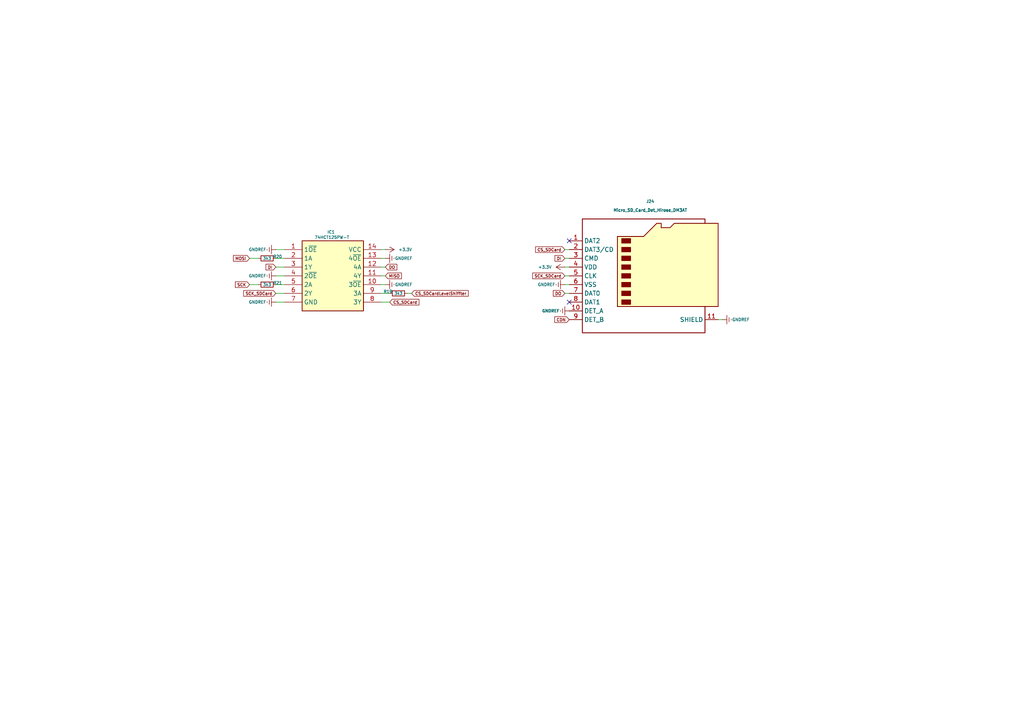
<source format=kicad_sch>
(kicad_sch
	(version 20250114)
	(generator "eeschema")
	(generator_version "9.0")
	(uuid "5f9cfd49-e3bd-4a8d-b4fa-900fd86372fa")
	(paper "A4")
	(lib_symbols
		(symbol "Library:+3.3V"
			(power)
			(pin_numbers
				(hide yes)
			)
			(pin_names
				(offset 0)
				(hide yes)
			)
			(exclude_from_sim no)
			(in_bom yes)
			(on_board yes)
			(property "Reference" "#PWR"
				(at 0 -3.81 0)
				(effects
					(font
						(size 1.27 1.27)
					)
					(hide yes)
				)
			)
			(property "Value" "+3.3V"
				(at 0 3.556 0)
				(effects
					(font
						(size 1.27 1.27)
					)
				)
			)
			(property "Footprint" ""
				(at 0 0 0)
				(effects
					(font
						(size 1.27 1.27)
					)
					(hide yes)
				)
			)
			(property "Datasheet" ""
				(at 0 0 0)
				(effects
					(font
						(size 1.27 1.27)
					)
					(hide yes)
				)
			)
			(property "Description" "Power symbol creates a global label with name \"+3.3V\""
				(at 0 0 0)
				(effects
					(font
						(size 1.27 1.27)
					)
					(hide yes)
				)
			)
			(property "ki_keywords" "global power"
				(at 0 0 0)
				(effects
					(font
						(size 1.27 1.27)
					)
					(hide yes)
				)
			)
			(symbol "+3.3V_0_1"
				(polyline
					(pts
						(xy -0.762 1.27) (xy 0 2.54)
					)
					(stroke
						(width 0)
						(type default)
					)
					(fill
						(type none)
					)
				)
				(polyline
					(pts
						(xy 0 2.54) (xy 0.762 1.27)
					)
					(stroke
						(width 0)
						(type default)
					)
					(fill
						(type none)
					)
				)
				(polyline
					(pts
						(xy 0 0) (xy 0 2.54)
					)
					(stroke
						(width 0)
						(type default)
					)
					(fill
						(type none)
					)
				)
			)
			(symbol "+3.3V_1_1"
				(pin power_in line
					(at 0 0 90)
					(length 0)
					(name "~"
						(effects
							(font
								(size 1.27 1.27)
							)
						)
					)
					(number "1"
						(effects
							(font
								(size 1.27 1.27)
							)
						)
					)
				)
			)
			(embedded_fonts no)
		)
		(symbol "Library:74HCT125PW-T"
			(exclude_from_sim no)
			(in_bom yes)
			(on_board yes)
			(property "Reference" "IC"
				(at 24.13 7.62 0)
				(effects
					(font
						(size 1.27 1.27)
					)
					(justify left top)
				)
			)
			(property "Value" "74HCT125PW-T"
				(at 24.13 5.08 0)
				(effects
					(font
						(size 1.27 1.27)
					)
					(justify left top)
				)
			)
			(property "Footprint" "SOP65P640X110-14N"
				(at 24.13 -94.92 0)
				(effects
					(font
						(size 1.27 1.27)
					)
					(justify left top)
					(hide yes)
				)
			)
			(property "Datasheet" "https://www.datasheet5.com/search?term=74HCT125"
				(at 24.13 -194.92 0)
				(effects
					(font
						(size 1.27 1.27)
					)
					(justify left top)
					(hide yes)
				)
			)
			(property "Description" "Buffers & Line Drivers QUAD 3-STATE BUS BUF"
				(at 0 0 0)
				(effects
					(font
						(size 1.27 1.27)
					)
					(hide yes)
				)
			)
			(property "Height" "1.1"
				(at 24.13 -394.92 0)
				(effects
					(font
						(size 1.27 1.27)
					)
					(justify left top)
					(hide yes)
				)
			)
			(property "Manufacturer_Name" "NXP"
				(at 24.13 -494.92 0)
				(effects
					(font
						(size 1.27 1.27)
					)
					(justify left top)
					(hide yes)
				)
			)
			(property "Manufacturer_Part_Number" "74HCT125PW-T"
				(at 24.13 -594.92 0)
				(effects
					(font
						(size 1.27 1.27)
					)
					(justify left top)
					(hide yes)
				)
			)
			(property "Mouser Part Number" ""
				(at 24.13 -694.92 0)
				(effects
					(font
						(size 1.27 1.27)
					)
					(justify left top)
					(hide yes)
				)
			)
			(property "Mouser Price/Stock" ""
				(at 24.13 -794.92 0)
				(effects
					(font
						(size 1.27 1.27)
					)
					(justify left top)
					(hide yes)
				)
			)
			(property "Arrow Part Number" ""
				(at 24.13 -894.92 0)
				(effects
					(font
						(size 1.27 1.27)
					)
					(justify left top)
					(hide yes)
				)
			)
			(property "Arrow Price/Stock" ""
				(at 24.13 -994.92 0)
				(effects
					(font
						(size 1.27 1.27)
					)
					(justify left top)
					(hide yes)
				)
			)
			(symbol "74HCT125PW-T_1_1"
				(rectangle
					(start 5.08 2.54)
					(end 22.86 -17.78)
					(stroke
						(width 0.254)
						(type default)
					)
					(fill
						(type background)
					)
				)
				(pin passive line
					(at 0 0 0)
					(length 5.08)
					(name "1~{OE}"
						(effects
							(font
								(size 1.27 1.27)
							)
						)
					)
					(number "1"
						(effects
							(font
								(size 1.27 1.27)
							)
						)
					)
				)
				(pin passive line
					(at 0 -2.54 0)
					(length 5.08)
					(name "1A"
						(effects
							(font
								(size 1.27 1.27)
							)
						)
					)
					(number "2"
						(effects
							(font
								(size 1.27 1.27)
							)
						)
					)
				)
				(pin passive line
					(at 0 -5.08 0)
					(length 5.08)
					(name "1Y"
						(effects
							(font
								(size 1.27 1.27)
							)
						)
					)
					(number "3"
						(effects
							(font
								(size 1.27 1.27)
							)
						)
					)
				)
				(pin passive line
					(at 0 -7.62 0)
					(length 5.08)
					(name "2~{OE}"
						(effects
							(font
								(size 1.27 1.27)
							)
						)
					)
					(number "4"
						(effects
							(font
								(size 1.27 1.27)
							)
						)
					)
				)
				(pin passive line
					(at 0 -10.16 0)
					(length 5.08)
					(name "2A"
						(effects
							(font
								(size 1.27 1.27)
							)
						)
					)
					(number "5"
						(effects
							(font
								(size 1.27 1.27)
							)
						)
					)
				)
				(pin passive line
					(at 0 -12.7 0)
					(length 5.08)
					(name "2Y"
						(effects
							(font
								(size 1.27 1.27)
							)
						)
					)
					(number "6"
						(effects
							(font
								(size 1.27 1.27)
							)
						)
					)
				)
				(pin passive line
					(at 0 -15.24 0)
					(length 5.08)
					(name "GND"
						(effects
							(font
								(size 1.27 1.27)
							)
						)
					)
					(number "7"
						(effects
							(font
								(size 1.27 1.27)
							)
						)
					)
				)
				(pin passive line
					(at 27.94 0 180)
					(length 5.08)
					(name "VCC"
						(effects
							(font
								(size 1.27 1.27)
							)
						)
					)
					(number "14"
						(effects
							(font
								(size 1.27 1.27)
							)
						)
					)
				)
				(pin passive line
					(at 27.94 -2.54 180)
					(length 5.08)
					(name "4~{OE}"
						(effects
							(font
								(size 1.27 1.27)
							)
						)
					)
					(number "13"
						(effects
							(font
								(size 1.27 1.27)
							)
						)
					)
				)
				(pin passive line
					(at 27.94 -5.08 180)
					(length 5.08)
					(name "4A"
						(effects
							(font
								(size 1.27 1.27)
							)
						)
					)
					(number "12"
						(effects
							(font
								(size 1.27 1.27)
							)
						)
					)
				)
				(pin passive line
					(at 27.94 -7.62 180)
					(length 5.08)
					(name "4Y"
						(effects
							(font
								(size 1.27 1.27)
							)
						)
					)
					(number "11"
						(effects
							(font
								(size 1.27 1.27)
							)
						)
					)
				)
				(pin passive line
					(at 27.94 -10.16 180)
					(length 5.08)
					(name "3~{OE}"
						(effects
							(font
								(size 1.27 1.27)
							)
						)
					)
					(number "10"
						(effects
							(font
								(size 1.27 1.27)
							)
						)
					)
				)
				(pin passive line
					(at 27.94 -12.7 180)
					(length 5.08)
					(name "3A"
						(effects
							(font
								(size 1.27 1.27)
							)
						)
					)
					(number "9"
						(effects
							(font
								(size 1.27 1.27)
							)
						)
					)
				)
				(pin passive line
					(at 27.94 -15.24 180)
					(length 5.08)
					(name "3Y"
						(effects
							(font
								(size 1.27 1.27)
							)
						)
					)
					(number "8"
						(effects
							(font
								(size 1.27 1.27)
							)
						)
					)
				)
			)
			(embedded_fonts no)
		)
		(symbol "Library:GNDREF"
			(power)
			(pin_numbers
				(hide yes)
			)
			(pin_names
				(offset 0)
				(hide yes)
			)
			(exclude_from_sim no)
			(in_bom yes)
			(on_board yes)
			(property "Reference" "#PWR"
				(at 0 -6.35 0)
				(effects
					(font
						(size 1.27 1.27)
					)
					(hide yes)
				)
			)
			(property "Value" "GNDREF"
				(at 0 -3.81 0)
				(effects
					(font
						(size 1.27 1.27)
					)
				)
			)
			(property "Footprint" ""
				(at 0 0 0)
				(effects
					(font
						(size 1.27 1.27)
					)
					(hide yes)
				)
			)
			(property "Datasheet" ""
				(at 0 0 0)
				(effects
					(font
						(size 1.27 1.27)
					)
					(hide yes)
				)
			)
			(property "Description" "Power symbol creates a global label with name \"GNDREF\" , reference supply ground"
				(at 0 0 0)
				(effects
					(font
						(size 1.27 1.27)
					)
					(hide yes)
				)
			)
			(property "ki_keywords" "global power"
				(at 0 0 0)
				(effects
					(font
						(size 1.27 1.27)
					)
					(hide yes)
				)
			)
			(symbol "GNDREF_0_1"
				(polyline
					(pts
						(xy -0.635 -1.905) (xy 0.635 -1.905)
					)
					(stroke
						(width 0)
						(type default)
					)
					(fill
						(type none)
					)
				)
				(polyline
					(pts
						(xy -0.127 -2.54) (xy 0.127 -2.54)
					)
					(stroke
						(width 0)
						(type default)
					)
					(fill
						(type none)
					)
				)
				(polyline
					(pts
						(xy 0 -1.27) (xy 0 0)
					)
					(stroke
						(width 0)
						(type default)
					)
					(fill
						(type none)
					)
				)
				(polyline
					(pts
						(xy 1.27 -1.27) (xy -1.27 -1.27)
					)
					(stroke
						(width 0)
						(type default)
					)
					(fill
						(type none)
					)
				)
			)
			(symbol "GNDREF_1_1"
				(pin power_in line
					(at 0 0 270)
					(length 0)
					(name "~"
						(effects
							(font
								(size 1.27 1.27)
							)
						)
					)
					(number "1"
						(effects
							(font
								(size 1.27 1.27)
							)
						)
					)
				)
			)
			(embedded_fonts no)
		)
		(symbol "Library:Micro_SD_Card_Det_Hirose_DM3AT"
			(exclude_from_sim no)
			(in_bom yes)
			(on_board yes)
			(property "Reference" "J"
				(at -16.51 17.78 0)
				(effects
					(font
						(size 1.27 1.27)
					)
				)
			)
			(property "Value" "Micro_SD_Card_Det_Hirose_DM3AT"
				(at 16.51 17.78 0)
				(effects
					(font
						(size 1.27 1.27)
					)
					(justify right)
				)
			)
			(property "Footprint" ""
				(at 52.07 17.78 0)
				(effects
					(font
						(size 1.27 1.27)
					)
					(hide yes)
				)
			)
			(property "Datasheet" "https://www.hirose.com/product/en/download_file/key_name/DM3/category/Catalog/doc_file_id/49662/?file_category_id=4&item_id=195&is_series=1"
				(at 0 2.54 0)
				(effects
					(font
						(size 1.27 1.27)
					)
					(hide yes)
				)
			)
			(property "Description" "Micro SD Card Socket with card detection pins"
				(at 0 0 0)
				(effects
					(font
						(size 1.27 1.27)
					)
					(hide yes)
				)
			)
			(property "ki_keywords" "connector SD microsd"
				(at 0 0 0)
				(effects
					(font
						(size 1.27 1.27)
					)
					(hide yes)
				)
			)
			(property "ki_fp_filters" "microSD*"
				(at 0 0 0)
				(effects
					(font
						(size 1.27 1.27)
					)
					(hide yes)
				)
			)
			(symbol "Micro_SD_Card_Det_Hirose_DM3AT_0_1"
				(polyline
					(pts
						(xy -8.89 -8.89) (xy -8.89 11.43) (xy -1.27 11.43) (xy 2.54 15.24) (xy 3.81 15.24) (xy 3.81 13.97)
						(xy 6.35 13.97) (xy 7.62 15.24) (xy 20.32 15.24) (xy 20.32 -8.89) (xy -8.89 -8.89)
					)
					(stroke
						(width 0.254)
						(type default)
					)
					(fill
						(type background)
					)
				)
				(rectangle
					(start -7.62 10.795)
					(end -5.08 9.525)
					(stroke
						(width 0.254)
						(type default)
					)
					(fill
						(type outline)
					)
				)
				(rectangle
					(start -7.62 8.255)
					(end -5.08 6.985)
					(stroke
						(width 0.254)
						(type default)
					)
					(fill
						(type outline)
					)
				)
				(rectangle
					(start -7.62 5.715)
					(end -5.08 4.445)
					(stroke
						(width 0.254)
						(type default)
					)
					(fill
						(type outline)
					)
				)
				(rectangle
					(start -7.62 3.175)
					(end -5.08 1.905)
					(stroke
						(width 0.254)
						(type default)
					)
					(fill
						(type outline)
					)
				)
				(rectangle
					(start -7.62 0.635)
					(end -5.08 -0.635)
					(stroke
						(width 0.254)
						(type default)
					)
					(fill
						(type outline)
					)
				)
				(rectangle
					(start -7.62 -1.905)
					(end -5.08 -3.175)
					(stroke
						(width 0.254)
						(type default)
					)
					(fill
						(type outline)
					)
				)
				(rectangle
					(start -7.62 -4.445)
					(end -5.08 -5.715)
					(stroke
						(width 0.254)
						(type default)
					)
					(fill
						(type outline)
					)
				)
				(rectangle
					(start -7.62 -6.985)
					(end -5.08 -8.255)
					(stroke
						(width 0.254)
						(type default)
					)
					(fill
						(type outline)
					)
				)
				(polyline
					(pts
						(xy 16.51 15.24) (xy 16.51 16.51) (xy -19.05 16.51) (xy -19.05 -16.51) (xy 16.51 -16.51) (xy 16.51 -8.89)
					)
					(stroke
						(width 0.254)
						(type default)
					)
					(fill
						(type none)
					)
				)
			)
			(symbol "Micro_SD_Card_Det_Hirose_DM3AT_1_1"
				(pin bidirectional line
					(at -22.86 10.16 0)
					(length 3.81)
					(name "DAT2"
						(effects
							(font
								(size 1.27 1.27)
							)
						)
					)
					(number "1"
						(effects
							(font
								(size 1.27 1.27)
							)
						)
					)
				)
				(pin bidirectional line
					(at -22.86 7.62 0)
					(length 3.81)
					(name "DAT3/CD"
						(effects
							(font
								(size 1.27 1.27)
							)
						)
					)
					(number "2"
						(effects
							(font
								(size 1.27 1.27)
							)
						)
					)
				)
				(pin input line
					(at -22.86 5.08 0)
					(length 3.81)
					(name "CMD"
						(effects
							(font
								(size 1.27 1.27)
							)
						)
					)
					(number "3"
						(effects
							(font
								(size 1.27 1.27)
							)
						)
					)
				)
				(pin power_in line
					(at -22.86 2.54 0)
					(length 3.81)
					(name "VDD"
						(effects
							(font
								(size 1.27 1.27)
							)
						)
					)
					(number "4"
						(effects
							(font
								(size 1.27 1.27)
							)
						)
					)
				)
				(pin input line
					(at -22.86 0 0)
					(length 3.81)
					(name "CLK"
						(effects
							(font
								(size 1.27 1.27)
							)
						)
					)
					(number "5"
						(effects
							(font
								(size 1.27 1.27)
							)
						)
					)
				)
				(pin power_in line
					(at -22.86 -2.54 0)
					(length 3.81)
					(name "VSS"
						(effects
							(font
								(size 1.27 1.27)
							)
						)
					)
					(number "6"
						(effects
							(font
								(size 1.27 1.27)
							)
						)
					)
				)
				(pin bidirectional line
					(at -22.86 -5.08 0)
					(length 3.81)
					(name "DAT0"
						(effects
							(font
								(size 1.27 1.27)
							)
						)
					)
					(number "7"
						(effects
							(font
								(size 1.27 1.27)
							)
						)
					)
				)
				(pin bidirectional line
					(at -22.86 -7.62 0)
					(length 3.81)
					(name "DAT1"
						(effects
							(font
								(size 1.27 1.27)
							)
						)
					)
					(number "8"
						(effects
							(font
								(size 1.27 1.27)
							)
						)
					)
				)
				(pin passive line
					(at -22.86 -10.16 0)
					(length 3.81)
					(name "DET_A"
						(effects
							(font
								(size 1.27 1.27)
							)
						)
					)
					(number "10"
						(effects
							(font
								(size 1.27 1.27)
							)
						)
					)
				)
				(pin passive line
					(at -22.86 -12.7 0)
					(length 3.81)
					(name "DET_B"
						(effects
							(font
								(size 1.27 1.27)
							)
						)
					)
					(number "9"
						(effects
							(font
								(size 1.27 1.27)
							)
						)
					)
				)
				(pin passive line
					(at 20.32 -12.7 180)
					(length 3.81)
					(name "SHIELD"
						(effects
							(font
								(size 1.27 1.27)
							)
						)
					)
					(number "11"
						(effects
							(font
								(size 1.27 1.27)
							)
						)
					)
				)
			)
			(embedded_fonts no)
		)
		(symbol "Library:R_Small"
			(pin_numbers
				(hide yes)
			)
			(pin_names
				(offset 0.254)
				(hide yes)
			)
			(exclude_from_sim no)
			(in_bom yes)
			(on_board yes)
			(property "Reference" "R"
				(at 0 0 90)
				(effects
					(font
						(size 1.016 1.016)
					)
				)
			)
			(property "Value" "R_Small"
				(at 1.778 0 90)
				(effects
					(font
						(size 1.27 1.27)
					)
				)
			)
			(property "Footprint" ""
				(at 0 0 0)
				(effects
					(font
						(size 1.27 1.27)
					)
					(hide yes)
				)
			)
			(property "Datasheet" "~"
				(at 0 0 0)
				(effects
					(font
						(size 1.27 1.27)
					)
					(hide yes)
				)
			)
			(property "Description" "Resistor, small symbol"
				(at 0 0 0)
				(effects
					(font
						(size 1.27 1.27)
					)
					(hide yes)
				)
			)
			(property "ki_keywords" "R resistor"
				(at 0 0 0)
				(effects
					(font
						(size 1.27 1.27)
					)
					(hide yes)
				)
			)
			(property "ki_fp_filters" "R_*"
				(at 0 0 0)
				(effects
					(font
						(size 1.27 1.27)
					)
					(hide yes)
				)
			)
			(symbol "R_Small_0_1"
				(rectangle
					(start -0.762 1.778)
					(end 0.762 -1.778)
					(stroke
						(width 0.2032)
						(type default)
					)
					(fill
						(type none)
					)
				)
			)
			(symbol "R_Small_1_1"
				(pin passive line
					(at 0 2.54 270)
					(length 0.762)
					(name "~"
						(effects
							(font
								(size 1.27 1.27)
							)
						)
					)
					(number "1"
						(effects
							(font
								(size 1.27 1.27)
							)
						)
					)
				)
				(pin passive line
					(at 0 -2.54 90)
					(length 0.762)
					(name "~"
						(effects
							(font
								(size 1.27 1.27)
							)
						)
					)
					(number "2"
						(effects
							(font
								(size 1.27 1.27)
							)
						)
					)
				)
			)
			(embedded_fonts no)
		)
	)
	(no_connect
		(at 165.1 87.63)
		(uuid "d6377cbe-42f0-47b6-937a-b5e42fea5584")
	)
	(no_connect
		(at 165.1 69.85)
		(uuid "d7ee1b97-1ea0-4e6b-8a12-4cfee54d106a")
	)
	(wire
		(pts
			(xy 110.49 87.63) (xy 113.03 87.63)
		)
		(stroke
			(width 0)
			(type default)
		)
		(uuid "009f0b94-16c2-47a6-bf3d-78c3665e25db")
	)
	(wire
		(pts
			(xy 72.39 82.55) (xy 74.93 82.55)
		)
		(stroke
			(width 0)
			(type default)
		)
		(uuid "037da849-6c01-4427-a99a-86cfaee9073d")
	)
	(wire
		(pts
			(xy 72.39 74.93) (xy 74.93 74.93)
		)
		(stroke
			(width 0)
			(type default)
		)
		(uuid "3904ebb2-2c7c-4c76-a40e-fa6cd5660220")
	)
	(wire
		(pts
			(xy 110.49 74.93) (xy 111.76 74.93)
		)
		(stroke
			(width 0)
			(type default)
		)
		(uuid "4bd0e011-1fa5-45c4-94d0-1173ce617fed")
	)
	(wire
		(pts
			(xy 111.76 72.39) (xy 110.49 72.39)
		)
		(stroke
			(width 0)
			(type default)
		)
		(uuid "4dc1cc53-ed1c-460a-931a-dfdf1f360387")
	)
	(wire
		(pts
			(xy 163.83 77.47) (xy 165.1 77.47)
		)
		(stroke
			(width 0)
			(type default)
		)
		(uuid "5e7c92cf-828c-4a94-a545-3b741e9a3b40")
	)
	(wire
		(pts
			(xy 163.83 80.01) (xy 165.1 80.01)
		)
		(stroke
			(width 0)
			(type default)
		)
		(uuid "62a7bd21-b3d8-4642-9ae6-4df93bc83ede")
	)
	(wire
		(pts
			(xy 163.83 82.55) (xy 165.1 82.55)
		)
		(stroke
			(width 0)
			(type default)
		)
		(uuid "64c41a46-e9a4-468f-a134-5090b95063d7")
	)
	(wire
		(pts
			(xy 111.76 77.47) (xy 110.49 77.47)
		)
		(stroke
			(width 0)
			(type default)
		)
		(uuid "72a1b71c-24c0-47dd-85ff-d66d08b43f18")
	)
	(wire
		(pts
			(xy 163.83 74.93) (xy 165.1 74.93)
		)
		(stroke
			(width 0)
			(type default)
		)
		(uuid "757a983a-ede3-4762-84cd-b37ea397ebb3")
	)
	(wire
		(pts
			(xy 80.01 72.39) (xy 82.55 72.39)
		)
		(stroke
			(width 0)
			(type default)
		)
		(uuid "8772c9af-7a6c-4dd2-b912-d4318e2c145a")
	)
	(wire
		(pts
			(xy 163.83 72.39) (xy 165.1 72.39)
		)
		(stroke
			(width 0)
			(type default)
		)
		(uuid "99f5d945-1dc1-4ce0-967a-3f8eed7c944f")
	)
	(wire
		(pts
			(xy 209.55 92.71) (xy 208.28 92.71)
		)
		(stroke
			(width 0)
			(type default)
		)
		(uuid "9f689cd3-d623-49ea-93b6-b41d00c219cc")
	)
	(wire
		(pts
			(xy 111.76 80.01) (xy 110.49 80.01)
		)
		(stroke
			(width 0)
			(type default)
		)
		(uuid "b288a9d4-317f-4068-89d8-206b21e8671a")
	)
	(wire
		(pts
			(xy 80.01 85.09) (xy 82.55 85.09)
		)
		(stroke
			(width 0)
			(type default)
		)
		(uuid "b9289961-4296-4046-aeb9-3b657c23df03")
	)
	(wire
		(pts
			(xy 80.01 77.47) (xy 82.55 77.47)
		)
		(stroke
			(width 0)
			(type default)
		)
		(uuid "c41e2509-c15a-4898-bbaa-69a229e81272")
	)
	(wire
		(pts
			(xy 113.03 85.09) (xy 110.49 85.09)
		)
		(stroke
			(width 0)
			(type default)
		)
		(uuid "c5fb4bc1-a224-4229-96b0-4a0efb7af320")
	)
	(wire
		(pts
			(xy 80.01 87.63) (xy 82.55 87.63)
		)
		(stroke
			(width 0)
			(type default)
		)
		(uuid "c66a27d1-0648-4221-a861-38cb2d8ec82d")
	)
	(wire
		(pts
			(xy 163.83 85.09) (xy 165.1 85.09)
		)
		(stroke
			(width 0)
			(type default)
		)
		(uuid "c7a5f6de-da84-45a6-b9d1-e255991b8e72")
	)
	(wire
		(pts
			(xy 80.01 82.55) (xy 82.55 82.55)
		)
		(stroke
			(width 0)
			(type default)
		)
		(uuid "d8b79d14-b99c-41b1-8b0f-c8a4da0224e4")
	)
	(wire
		(pts
			(xy 110.49 82.55) (xy 111.76 82.55)
		)
		(stroke
			(width 0)
			(type default)
		)
		(uuid "da041192-3419-4b3e-b5a1-9bc32dbb13b0")
	)
	(wire
		(pts
			(xy 80.01 80.01) (xy 82.55 80.01)
		)
		(stroke
			(width 0)
			(type default)
		)
		(uuid "f33ca92c-8e8a-46b2-aa41-fef4de898d74")
	)
	(wire
		(pts
			(xy 80.01 74.93) (xy 82.55 74.93)
		)
		(stroke
			(width 0)
			(type default)
		)
		(uuid "f4e91ece-8ec5-48b9-8405-b006199d472e")
	)
	(wire
		(pts
			(xy 119.38 85.09) (xy 118.11 85.09)
		)
		(stroke
			(width 0)
			(type default)
		)
		(uuid "fe01e41e-427b-45ce-88b3-0faf29bb314f")
	)
	(global_label "SCK"
		(shape input)
		(at 72.39 82.55 180)
		(fields_autoplaced yes)
		(effects
			(font
				(size 0.85 0.85)
			)
			(justify right)
		)
		(uuid "20eb4eaf-d071-4ad0-911c-dec328f2f86f")
		(property "Intersheetrefs" "${INTERSHEET_REFS}"
			(at 67.8823 82.55 0)
			(effects
				(font
					(size 1.27 1.27)
				)
				(justify right)
				(hide yes)
			)
		)
	)
	(global_label "SCK_SDCard"
		(shape input)
		(at 80.01 85.09 180)
		(fields_autoplaced yes)
		(effects
			(font
				(size 0.85 0.85)
			)
			(justify right)
		)
		(uuid "20ecccb6-34cd-4532-9711-b1e8b8da05de")
		(property "Intersheetrefs" "${INTERSHEET_REFS}"
			(at 65.474 85.09 0)
			(effects
				(font
					(size 0.85 0.85)
				)
				(justify right)
				(hide yes)
			)
		)
	)
	(global_label "MOSI"
		(shape input)
		(at 72.39 74.93 180)
		(fields_autoplaced yes)
		(effects
			(font
				(size 0.85 0.85)
			)
			(justify right)
		)
		(uuid "27e8c46f-d765-4796-ac1a-4cf8a1432a4f")
		(property "Intersheetrefs" "${INTERSHEET_REFS}"
			(at 67.3156 74.93 0)
			(effects
				(font
					(size 1.27 1.27)
				)
				(justify right)
				(hide yes)
			)
		)
	)
	(global_label "SCK_SDCard"
		(shape input)
		(at 163.83 80.01 180)
		(fields_autoplaced yes)
		(effects
			(font
				(size 0.85 0.85)
			)
			(justify right)
		)
		(uuid "446c66b2-1c53-4d6f-9a29-38639379ea17")
		(property "Intersheetrefs" "${INTERSHEET_REFS}"
			(at 149.294 80.01 0)
			(effects
				(font
					(size 0.85 0.85)
				)
				(justify right)
				(hide yes)
			)
		)
	)
	(global_label "DI"
		(shape input)
		(at 80.01 77.47 180)
		(fields_autoplaced yes)
		(effects
			(font
				(size 0.85 0.85)
			)
			(justify right)
		)
		(uuid "535d0250-b0f5-465d-8e3a-84b6c3d4dccd")
		(property "Intersheetrefs" "${INTERSHEET_REFS}"
			(at 75.15 77.47 0)
			(effects
				(font
					(size 0.85 0.85)
				)
				(justify right)
				(hide yes)
			)
		)
	)
	(global_label "CDN"
		(shape input)
		(at 165.1 92.71 180)
		(fields_autoplaced yes)
		(effects
			(font
				(size 0.85 0.85)
			)
			(justify right)
		)
		(uuid "87b0bca4-30ec-4023-9f21-773f373a2db4")
		(property "Intersheetrefs" "${INTERSHEET_REFS}"
			(at 158.2443 92.71 0)
			(effects
				(font
					(size 0.85 0.85)
				)
				(justify right)
				(hide yes)
			)
		)
	)
	(global_label "DO"
		(shape input)
		(at 111.76 77.47 0)
		(fields_autoplaced yes)
		(effects
			(font
				(size 0.85 0.85)
			)
			(justify left)
		)
		(uuid "96835263-f1cf-43f4-bbe7-f95338f2979c")
		(property "Intersheetrefs" "${INTERSHEET_REFS}"
			(at 117.3457 77.47 0)
			(effects
				(font
					(size 0.85 0.85)
				)
				(justify left)
				(hide yes)
			)
		)
	)
	(global_label "DO"
		(shape input)
		(at 163.83 85.09 180)
		(fields_autoplaced yes)
		(effects
			(font
				(size 0.85 0.85)
			)
			(justify right)
		)
		(uuid "adaae294-1243-4518-8097-7b608b796b56")
		(property "Intersheetrefs" "${INTERSHEET_REFS}"
			(at 158.2443 85.09 0)
			(effects
				(font
					(size 0.85 0.85)
				)
				(justify right)
				(hide yes)
			)
		)
	)
	(global_label "CS_SDCard"
		(shape input)
		(at 113.03 87.63 0)
		(fields_autoplaced yes)
		(effects
			(font
				(size 0.85 0.85)
			)
			(justify left)
		)
		(uuid "b97016c6-e16b-4ece-92ab-1eb37ff40dcb")
		(property "Intersheetrefs" "${INTERSHEET_REFS}"
			(at 126.296 87.63 0)
			(effects
				(font
					(size 0.85 0.85)
				)
				(justify left)
				(hide yes)
			)
		)
	)
	(global_label "DI"
		(shape input)
		(at 163.83 74.93 180)
		(fields_autoplaced yes)
		(effects
			(font
				(size 0.85 0.85)
			)
			(justify right)
		)
		(uuid "dea80a8b-5bb2-4c21-a2ca-e0bcecb7e550")
		(property "Intersheetrefs" "${INTERSHEET_REFS}"
			(at 158.97 74.93 0)
			(effects
				(font
					(size 0.85 0.85)
				)
				(justify right)
				(hide yes)
			)
		)
	)
	(global_label "CS_SDCard"
		(shape input)
		(at 163.83 72.39 180)
		(fields_autoplaced yes)
		(effects
			(font
				(size 0.85 0.85)
			)
			(justify right)
		)
		(uuid "df95b4db-c4ed-4678-bab8-e19730f7b1bd")
		(property "Intersheetrefs" "${INTERSHEET_REFS}"
			(at 150.564 72.39 0)
			(effects
				(font
					(size 0.85 0.85)
				)
				(justify right)
				(hide yes)
			)
		)
	)
	(global_label "MISO"
		(shape input)
		(at 111.76 80.01 0)
		(fields_autoplaced yes)
		(effects
			(font
				(size 0.85 0.85)
			)
			(justify left)
		)
		(uuid "f20f71a2-c6aa-4d6c-90be-3b662e808b74")
		(property "Intersheetrefs" "${INTERSHEET_REFS}"
			(at 116.8344 80.01 0)
			(effects
				(font
					(size 1.27 1.27)
				)
				(justify left)
				(hide yes)
			)
		)
	)
	(global_label "CS_SDCardLevelShiffter"
		(shape input)
		(at 119.38 85.09 0)
		(fields_autoplaced yes)
		(effects
			(font
				(size 0.85 0.85)
			)
			(justify left)
		)
		(uuid "fea6ece4-0c06-42d5-afea-03aaa3039cac")
		(property "Intersheetrefs" "${INTERSHEET_REFS}"
			(at 136.1923 85.09 0)
			(effects
				(font
					(size 1.27 1.27)
				)
				(justify left)
				(hide yes)
			)
		)
	)
	(symbol
		(lib_id "Library:GNDREF")
		(at 80.01 80.01 270)
		(unit 1)
		(exclude_from_sim no)
		(in_bom yes)
		(on_board yes)
		(dnp no)
		(uuid "0cec2bfe-246f-479d-bba0-c5fd115b8c87")
		(property "Reference" "#PWR0107"
			(at 73.66 80.01 0)
			(effects
				(font
					(size 0.85 0.85)
				)
				(hide yes)
			)
		)
		(property "Value" "GNDREF"
			(at 74.676 80.01 90)
			(effects
				(font
					(size 0.85 0.85)
				)
			)
		)
		(property "Footprint" ""
			(at 80.01 80.01 0)
			(effects
				(font
					(size 0.85 0.85)
				)
				(hide yes)
			)
		)
		(property "Datasheet" ""
			(at 80.01 80.01 0)
			(effects
				(font
					(size 0.85 0.85)
				)
				(hide yes)
			)
		)
		(property "Description" "Power symbol creates a global label with name \"GNDREF\" , reference supply ground"
			(at 80.01 80.01 0)
			(effects
				(font
					(size 0.85 0.85)
				)
				(hide yes)
			)
		)
		(pin "1"
			(uuid "06083d70-9ab0-4cf4-b297-af0e7d4668a1")
		)
		(instances
			(project "MoistureDatalogger"
				(path "/2465b45a-61bf-4bb8-9f23-f35ab1c53bad/42d7dc19-7888-452c-915d-e6987a760c2a"
					(reference "#PWR0107")
					(unit 1)
				)
			)
		)
	)
	(symbol
		(lib_id "Library:+3.3V")
		(at 111.76 72.39 270)
		(unit 1)
		(exclude_from_sim no)
		(in_bom yes)
		(on_board yes)
		(dnp no)
		(fields_autoplaced yes)
		(uuid "10ed9eb2-2043-4b1d-b6dd-3556ece1da2a")
		(property "Reference" "#PWR056"
			(at 107.95 72.39 0)
			(effects
				(font
					(size 0.85 0.85)
				)
				(hide yes)
			)
		)
		(property "Value" "+3.3V"
			(at 115.57 72.3899 90)
			(effects
				(font
					(size 0.85 0.85)
				)
				(justify left)
			)
		)
		(property "Footprint" ""
			(at 111.76 72.39 0)
			(effects
				(font
					(size 0.85 0.85)
				)
				(hide yes)
			)
		)
		(property "Datasheet" ""
			(at 111.76 72.39 0)
			(effects
				(font
					(size 0.85 0.85)
				)
				(hide yes)
			)
		)
		(property "Description" "Power symbol creates a global label with name \"+3.3V\""
			(at 111.76 72.39 0)
			(effects
				(font
					(size 0.85 0.85)
				)
				(hide yes)
			)
		)
		(pin "1"
			(uuid "d1f28d1e-a047-412a-ade9-4651739cd683")
		)
		(instances
			(project "MoistureDatalogger"
				(path "/2465b45a-61bf-4bb8-9f23-f35ab1c53bad/42d7dc19-7888-452c-915d-e6987a760c2a"
					(reference "#PWR056")
					(unit 1)
				)
			)
		)
	)
	(symbol
		(lib_id "Library:GNDREF")
		(at 209.55 92.71 90)
		(unit 1)
		(exclude_from_sim no)
		(in_bom yes)
		(on_board yes)
		(dnp no)
		(uuid "2c255a0a-3bc6-4322-ae04-e8308ad01954")
		(property "Reference" "#PWR099"
			(at 215.9 92.71 0)
			(effects
				(font
					(size 0.85 0.85)
				)
				(hide yes)
			)
		)
		(property "Value" "GNDREF"
			(at 214.884 92.71 90)
			(effects
				(font
					(size 0.85 0.85)
				)
			)
		)
		(property "Footprint" ""
			(at 209.55 92.71 0)
			(effects
				(font
					(size 0.85 0.85)
				)
				(hide yes)
			)
		)
		(property "Datasheet" ""
			(at 209.55 92.71 0)
			(effects
				(font
					(size 0.85 0.85)
				)
				(hide yes)
			)
		)
		(property "Description" "Power symbol creates a global label with name \"GNDREF\" , reference supply ground"
			(at 209.55 92.71 0)
			(effects
				(font
					(size 0.85 0.85)
				)
				(hide yes)
			)
		)
		(pin "1"
			(uuid "2764f2d4-06fb-467e-be48-9ba3048cba95")
		)
		(instances
			(project "MoistureDatalogger"
				(path "/2465b45a-61bf-4bb8-9f23-f35ab1c53bad/42d7dc19-7888-452c-915d-e6987a760c2a"
					(reference "#PWR099")
					(unit 1)
				)
			)
		)
	)
	(symbol
		(lib_id "Library:R_Small")
		(at 77.47 82.55 90)
		(unit 1)
		(exclude_from_sim no)
		(in_bom yes)
		(on_board yes)
		(dnp no)
		(uuid "3af7aaeb-c94e-4ab6-baa3-62da9f9afd82")
		(property "Reference" "R21"
			(at 80.518 82.042 90)
			(effects
				(font
					(size 0.85 0.85)
				)
			)
		)
		(property "Value" "3k3"
			(at 77.47 82.55 90)
			(effects
				(font
					(size 0.85 0.85)
				)
			)
		)
		(property "Footprint" "Library:R_0805_2012Metric"
			(at 77.47 82.55 0)
			(effects
				(font
					(size 0.85 0.85)
				)
				(hide yes)
			)
		)
		(property "Datasheet" "~"
			(at 77.47 82.55 0)
			(effects
				(font
					(size 0.85 0.85)
				)
				(hide yes)
			)
		)
		(property "Description" "Resistor, small symbol"
			(at 77.47 82.55 0)
			(effects
				(font
					(size 0.85 0.85)
				)
				(hide yes)
			)
		)
		(pin "1"
			(uuid "0b36f2d5-2433-466b-ad5d-5d1310a26135")
		)
		(pin "2"
			(uuid "dae8ee68-3b98-454d-80c0-4e9f927e325c")
		)
		(instances
			(project "MoistureDatalogger"
				(path "/2465b45a-61bf-4bb8-9f23-f35ab1c53bad/42d7dc19-7888-452c-915d-e6987a760c2a"
					(reference "R21")
					(unit 1)
				)
			)
		)
	)
	(symbol
		(lib_id "Library:GNDREF")
		(at 80.01 87.63 270)
		(unit 1)
		(exclude_from_sim no)
		(in_bom yes)
		(on_board yes)
		(dnp no)
		(uuid "487b439b-0bbd-4e14-aaec-95076fe21e94")
		(property "Reference" "#PWR0106"
			(at 73.66 87.63 0)
			(effects
				(font
					(size 0.85 0.85)
				)
				(hide yes)
			)
		)
		(property "Value" "GNDREF"
			(at 74.676 87.63 90)
			(effects
				(font
					(size 0.85 0.85)
				)
			)
		)
		(property "Footprint" ""
			(at 80.01 87.63 0)
			(effects
				(font
					(size 0.85 0.85)
				)
				(hide yes)
			)
		)
		(property "Datasheet" ""
			(at 80.01 87.63 0)
			(effects
				(font
					(size 0.85 0.85)
				)
				(hide yes)
			)
		)
		(property "Description" "Power symbol creates a global label with name \"GNDREF\" , reference supply ground"
			(at 80.01 87.63 0)
			(effects
				(font
					(size 0.85 0.85)
				)
				(hide yes)
			)
		)
		(pin "1"
			(uuid "5482c5c7-4634-48b4-aec1-4260d639fbd9")
		)
		(instances
			(project "MoistureDatalogger"
				(path "/2465b45a-61bf-4bb8-9f23-f35ab1c53bad/42d7dc19-7888-452c-915d-e6987a760c2a"
					(reference "#PWR0106")
					(unit 1)
				)
			)
		)
	)
	(symbol
		(lib_id "Library:GNDREF")
		(at 163.83 82.55 270)
		(unit 1)
		(exclude_from_sim no)
		(in_bom yes)
		(on_board yes)
		(dnp no)
		(uuid "4d7d9e41-dc25-4c98-8231-4392441fcb71")
		(property "Reference" "#PWR098"
			(at 157.48 82.55 0)
			(effects
				(font
					(size 0.85 0.85)
				)
				(hide yes)
			)
		)
		(property "Value" "GNDREF"
			(at 158.496 82.55 90)
			(effects
				(font
					(size 0.85 0.85)
				)
			)
		)
		(property "Footprint" ""
			(at 163.83 82.55 0)
			(effects
				(font
					(size 0.85 0.85)
				)
				(hide yes)
			)
		)
		(property "Datasheet" ""
			(at 163.83 82.55 0)
			(effects
				(font
					(size 0.85 0.85)
				)
				(hide yes)
			)
		)
		(property "Description" "Power symbol creates a global label with name \"GNDREF\" , reference supply ground"
			(at 163.83 82.55 0)
			(effects
				(font
					(size 0.85 0.85)
				)
				(hide yes)
			)
		)
		(pin "1"
			(uuid "45c77682-7994-4bb9-b812-169b01c0fa16")
		)
		(instances
			(project "MoistureDatalogger"
				(path "/2465b45a-61bf-4bb8-9f23-f35ab1c53bad/42d7dc19-7888-452c-915d-e6987a760c2a"
					(reference "#PWR098")
					(unit 1)
				)
			)
		)
	)
	(symbol
		(lib_id "Library:74HCT125PW-T")
		(at 82.55 72.39 0)
		(unit 1)
		(exclude_from_sim no)
		(in_bom yes)
		(on_board yes)
		(dnp no)
		(uuid "7d831b64-2ed7-4934-a04a-15eac0e9fadf")
		(property "Reference" "IC1"
			(at 96.012 67.31 0)
			(effects
				(font
					(size 0.85 0.85)
				)
			)
		)
		(property "Value" "74HCT125PW-T"
			(at 96.266 68.834 0)
			(effects
				(font
					(size 0.85 0.85)
				)
			)
		)
		(property "Footprint" "Library:SOIC-14_3.9x8.7mm_P1.27mm"
			(at 106.68 167.31 0)
			(effects
				(font
					(size 0.85 0.85)
				)
				(justify left top)
				(hide yes)
			)
		)
		(property "Datasheet" "https://www.datasheet5.com/search?term=74HCT125"
			(at 106.68 267.31 0)
			(effects
				(font
					(size 0.85 0.85)
				)
				(justify left top)
				(hide yes)
			)
		)
		(property "Description" "Buffers & Line Drivers QUAD 3-STATE BUS BUF"
			(at 82.55 72.39 0)
			(effects
				(font
					(size 0.85 0.85)
				)
				(hide yes)
			)
		)
		(property "Height" "1.1"
			(at 106.68 467.31 0)
			(effects
				(font
					(size 0.85 0.85)
				)
				(justify left top)
				(hide yes)
			)
		)
		(property "Manufacturer_Name" "NXP"
			(at 106.68 567.31 0)
			(effects
				(font
					(size 0.85 0.85)
				)
				(justify left top)
				(hide yes)
			)
		)
		(property "Manufacturer_Part_Number" "74HCT125PW-T"
			(at 106.68 667.31 0)
			(effects
				(font
					(size 0.85 0.85)
				)
				(justify left top)
				(hide yes)
			)
		)
		(property "Mouser Part Number" ""
			(at 106.68 767.31 0)
			(effects
				(font
					(size 0.85 0.85)
				)
				(justify left top)
				(hide yes)
			)
		)
		(property "Mouser Price/Stock" ""
			(at 106.68 867.31 0)
			(effects
				(font
					(size 0.85 0.85)
				)
				(justify left top)
				(hide yes)
			)
		)
		(property "Arrow Part Number" ""
			(at 106.68 967.31 0)
			(effects
				(font
					(size 0.85 0.85)
				)
				(justify left top)
				(hide yes)
			)
		)
		(property "Arrow Price/Stock" ""
			(at 106.68 1067.31 0)
			(effects
				(font
					(size 0.85 0.85)
				)
				(justify left top)
				(hide yes)
			)
		)
		(pin "14"
			(uuid "63d58b3a-3970-425d-b62f-8a1635df4858")
		)
		(pin "3"
			(uuid "3c142487-e21a-4b1b-bb51-56008db2fdb6")
		)
		(pin "2"
			(uuid "6867a882-7b00-4cae-9f58-4725f1da7794")
		)
		(pin "5"
			(uuid "fd6c115f-b4a7-4b59-b894-f720e8ad599f")
		)
		(pin "6"
			(uuid "acb2091a-a6e9-4da6-9958-d9965c342920")
		)
		(pin "4"
			(uuid "f3125de1-9cd6-4b65-8efa-3637cd2aad4b")
		)
		(pin "1"
			(uuid "b13631b4-0b22-4357-9095-f1f31a6e53d2")
		)
		(pin "13"
			(uuid "6a0593a3-cf90-4b74-8bdd-9d3fa3b7566b")
		)
		(pin "7"
			(uuid "4d2d070a-a575-4241-ac43-360f56a7665b")
		)
		(pin "11"
			(uuid "28310ea2-d7b9-4aa6-8fe3-cf0b47c52c3c")
		)
		(pin "9"
			(uuid "64fa26ea-5a0c-4e73-999e-859316da9c8c")
		)
		(pin "10"
			(uuid "bf4e7a61-5668-4565-96eb-c56c824d0857")
		)
		(pin "8"
			(uuid "e046f59c-0379-46e2-9845-e437bd0391d7")
		)
		(pin "12"
			(uuid "bbcac591-ae97-43f8-ada9-b90c4609e5db")
		)
		(instances
			(project ""
				(path "/2465b45a-61bf-4bb8-9f23-f35ab1c53bad/42d7dc19-7888-452c-915d-e6987a760c2a"
					(reference "IC1")
					(unit 1)
				)
			)
		)
	)
	(symbol
		(lib_id "Library:R_Small")
		(at 115.57 85.09 90)
		(unit 1)
		(exclude_from_sim no)
		(in_bom yes)
		(on_board yes)
		(dnp no)
		(uuid "7ef6a710-4ca6-446f-8589-5a8c33cb82b7")
		(property "Reference" "R19"
			(at 112.522 84.582 90)
			(effects
				(font
					(size 0.85 0.85)
				)
			)
		)
		(property "Value" "3k3"
			(at 115.57 85.09 90)
			(effects
				(font
					(size 0.85 0.85)
				)
			)
		)
		(property "Footprint" "Library:R_0805_2012Metric"
			(at 115.57 85.09 0)
			(effects
				(font
					(size 0.85 0.85)
				)
				(hide yes)
			)
		)
		(property "Datasheet" "~"
			(at 115.57 85.09 0)
			(effects
				(font
					(size 0.85 0.85)
				)
				(hide yes)
			)
		)
		(property "Description" "Resistor, small symbol"
			(at 115.57 85.09 0)
			(effects
				(font
					(size 0.85 0.85)
				)
				(hide yes)
			)
		)
		(pin "1"
			(uuid "aea44682-be6f-4703-80a1-fa970c39dcf8")
		)
		(pin "2"
			(uuid "6803f053-d6f9-4f15-ac07-f44c1a2e48f8")
		)
		(instances
			(project "MoistureDatalogger"
				(path "/2465b45a-61bf-4bb8-9f23-f35ab1c53bad/42d7dc19-7888-452c-915d-e6987a760c2a"
					(reference "R19")
					(unit 1)
				)
			)
		)
	)
	(symbol
		(lib_id "Library:R_Small")
		(at 77.47 74.93 90)
		(unit 1)
		(exclude_from_sim no)
		(in_bom yes)
		(on_board yes)
		(dnp no)
		(uuid "903374f6-0b44-44e2-bc54-8bc0b4470e1f")
		(property "Reference" "R20"
			(at 80.518 74.422 90)
			(effects
				(font
					(size 0.85 0.85)
				)
			)
		)
		(property "Value" "3k3"
			(at 77.47 74.93 90)
			(effects
				(font
					(size 0.85 0.85)
				)
			)
		)
		(property "Footprint" "Library:R_0805_2012Metric"
			(at 77.47 74.93 0)
			(effects
				(font
					(size 0.85 0.85)
				)
				(hide yes)
			)
		)
		(property "Datasheet" "~"
			(at 77.47 74.93 0)
			(effects
				(font
					(size 0.85 0.85)
				)
				(hide yes)
			)
		)
		(property "Description" "Resistor, small symbol"
			(at 77.47 74.93 0)
			(effects
				(font
					(size 0.85 0.85)
				)
				(hide yes)
			)
		)
		(pin "1"
			(uuid "7560240a-9d2f-429e-8d05-3d1ade042c8b")
		)
		(pin "2"
			(uuid "fb9602b4-c755-4c49-9528-278b17e7c083")
		)
		(instances
			(project "MoistureDatalogger"
				(path "/2465b45a-61bf-4bb8-9f23-f35ab1c53bad/42d7dc19-7888-452c-915d-e6987a760c2a"
					(reference "R20")
					(unit 1)
				)
			)
		)
	)
	(symbol
		(lib_id "Library:GNDREF")
		(at 165.1 90.17 270)
		(unit 1)
		(exclude_from_sim no)
		(in_bom yes)
		(on_board yes)
		(dnp no)
		(uuid "916c2baf-5013-475b-b05f-61404c743b33")
		(property "Reference" "#PWR096"
			(at 158.75 90.17 0)
			(effects
				(font
					(size 0.85 0.85)
				)
				(hide yes)
			)
		)
		(property "Value" "GNDREF"
			(at 159.766 90.17 90)
			(effects
				(font
					(size 0.85 0.85)
				)
			)
		)
		(property "Footprint" ""
			(at 165.1 90.17 0)
			(effects
				(font
					(size 0.85 0.85)
				)
				(hide yes)
			)
		)
		(property "Datasheet" ""
			(at 165.1 90.17 0)
			(effects
				(font
					(size 0.85 0.85)
				)
				(hide yes)
			)
		)
		(property "Description" "Power symbol creates a global label with name \"GNDREF\" , reference supply ground"
			(at 165.1 90.17 0)
			(effects
				(font
					(size 0.85 0.85)
				)
				(hide yes)
			)
		)
		(pin "1"
			(uuid "daee58e2-78c4-49c7-883c-400fd9f501e6")
		)
		(instances
			(project "MoistureDatalogger"
				(path "/2465b45a-61bf-4bb8-9f23-f35ab1c53bad/42d7dc19-7888-452c-915d-e6987a760c2a"
					(reference "#PWR096")
					(unit 1)
				)
			)
		)
	)
	(symbol
		(lib_id "Library:Micro_SD_Card_Det_Hirose_DM3AT")
		(at 187.96 80.01 0)
		(unit 1)
		(exclude_from_sim no)
		(in_bom yes)
		(on_board yes)
		(dnp no)
		(fields_autoplaced yes)
		(uuid "a2e35460-b8ea-4571-ab3e-5cd1d99f5733")
		(property "Reference" "J24"
			(at 188.595 58.42 0)
			(effects
				(font
					(size 0.85 0.85)
				)
			)
		)
		(property "Value" "Micro_SD_Card_Det_Hirose_DM3AT"
			(at 188.595 60.96 0)
			(effects
				(font
					(size 0.85 0.85)
				)
			)
		)
		(property "Footprint" "Library:microSD_HC_Hirose_DM3AT-SF-PEJM5"
			(at 240.03 62.23 0)
			(effects
				(font
					(size 0.85 0.85)
				)
				(hide yes)
			)
		)
		(property "Datasheet" "https://www.hirose.com/product/en/download_file/key_name/DM3/category/Catalog/doc_file_id/49662/?file_category_id=4&item_id=195&is_series=1"
			(at 187.96 77.47 0)
			(effects
				(font
					(size 0.85 0.85)
				)
				(hide yes)
			)
		)
		(property "Description" "Micro SD Card Socket with card detection pins"
			(at 187.96 80.01 0)
			(effects
				(font
					(size 0.85 0.85)
				)
				(hide yes)
			)
		)
		(pin "2"
			(uuid "4c37e6f8-3d4a-4ddf-aae6-3fdd077094ed")
		)
		(pin "6"
			(uuid "052de976-e2bb-497d-b3dc-2ff3dab61d51")
		)
		(pin "3"
			(uuid "efd83144-9e71-4c7b-b237-aa14f4263ca4")
		)
		(pin "10"
			(uuid "51c96657-29c8-4c02-b212-9e014766401a")
		)
		(pin "5"
			(uuid "58334041-58ea-4741-b5f0-f24b912d0cb8")
		)
		(pin "9"
			(uuid "765e9fa7-6df1-4d4f-9c61-09b8b791cc67")
		)
		(pin "7"
			(uuid "d673c187-2606-42b5-8c36-a08e45f1a9a2")
		)
		(pin "4"
			(uuid "760ef076-21d3-420b-88e4-e0546c9c4f5d")
		)
		(pin "1"
			(uuid "2dca5927-0a40-4a4b-b12c-62894b3f3e36")
		)
		(pin "8"
			(uuid "6b04b906-9f52-4750-9291-5b4f4150911e")
		)
		(pin "11"
			(uuid "1a3531fe-b5ec-446e-af7b-dd3b67065d82")
		)
		(instances
			(project ""
				(path "/2465b45a-61bf-4bb8-9f23-f35ab1c53bad/42d7dc19-7888-452c-915d-e6987a760c2a"
					(reference "J24")
					(unit 1)
				)
			)
		)
	)
	(symbol
		(lib_id "Library:+3.3V")
		(at 163.83 77.47 90)
		(unit 1)
		(exclude_from_sim no)
		(in_bom yes)
		(on_board yes)
		(dnp no)
		(fields_autoplaced yes)
		(uuid "b73d7b66-a108-4b89-9cf7-3100262d0261")
		(property "Reference" "#PWR055"
			(at 167.64 77.47 0)
			(effects
				(font
					(size 0.85 0.85)
				)
				(hide yes)
			)
		)
		(property "Value" "+3.3V"
			(at 160.02 77.4699 90)
			(effects
				(font
					(size 0.85 0.85)
				)
				(justify left)
			)
		)
		(property "Footprint" ""
			(at 163.83 77.47 0)
			(effects
				(font
					(size 0.85 0.85)
				)
				(hide yes)
			)
		)
		(property "Datasheet" ""
			(at 163.83 77.47 0)
			(effects
				(font
					(size 0.85 0.85)
				)
				(hide yes)
			)
		)
		(property "Description" "Power symbol creates a global label with name \"+3.3V\""
			(at 163.83 77.47 0)
			(effects
				(font
					(size 0.85 0.85)
				)
				(hide yes)
			)
		)
		(pin "1"
			(uuid "14c4504b-71bd-487c-9664-0cf1a25b42ec")
		)
		(instances
			(project "MoistureDatalogger"
				(path "/2465b45a-61bf-4bb8-9f23-f35ab1c53bad/42d7dc19-7888-452c-915d-e6987a760c2a"
					(reference "#PWR055")
					(unit 1)
				)
			)
		)
	)
	(symbol
		(lib_id "Library:GNDREF")
		(at 111.76 82.55 90)
		(unit 1)
		(exclude_from_sim no)
		(in_bom yes)
		(on_board yes)
		(dnp no)
		(uuid "b97aeefe-9ead-411c-b405-51448d77a315")
		(property "Reference" "#PWR0104"
			(at 118.11 82.55 0)
			(effects
				(font
					(size 0.85 0.85)
				)
				(hide yes)
			)
		)
		(property "Value" "GNDREF"
			(at 117.094 82.55 90)
			(effects
				(font
					(size 0.85 0.85)
				)
			)
		)
		(property "Footprint" ""
			(at 111.76 82.55 0)
			(effects
				(font
					(size 0.85 0.85)
				)
				(hide yes)
			)
		)
		(property "Datasheet" ""
			(at 111.76 82.55 0)
			(effects
				(font
					(size 0.85 0.85)
				)
				(hide yes)
			)
		)
		(property "Description" "Power symbol creates a global label with name \"GNDREF\" , reference supply ground"
			(at 111.76 82.55 0)
			(effects
				(font
					(size 0.85 0.85)
				)
				(hide yes)
			)
		)
		(pin "1"
			(uuid "f98d56a0-c0df-4165-b25a-0a275e38191b")
		)
		(instances
			(project "MoistureDatalogger"
				(path "/2465b45a-61bf-4bb8-9f23-f35ab1c53bad/42d7dc19-7888-452c-915d-e6987a760c2a"
					(reference "#PWR0104")
					(unit 1)
				)
			)
		)
	)
	(symbol
		(lib_id "Library:GNDREF")
		(at 111.76 74.93 90)
		(unit 1)
		(exclude_from_sim no)
		(in_bom yes)
		(on_board yes)
		(dnp no)
		(uuid "c30ee7b5-61f3-4783-a2a2-2cd2581ca4c4")
		(property "Reference" "#PWR0105"
			(at 118.11 74.93 0)
			(effects
				(font
					(size 0.85 0.85)
				)
				(hide yes)
			)
		)
		(property "Value" "GNDREF"
			(at 117.094 74.93 90)
			(effects
				(font
					(size 0.85 0.85)
				)
			)
		)
		(property "Footprint" ""
			(at 111.76 74.93 0)
			(effects
				(font
					(size 0.85 0.85)
				)
				(hide yes)
			)
		)
		(property "Datasheet" ""
			(at 111.76 74.93 0)
			(effects
				(font
					(size 0.85 0.85)
				)
				(hide yes)
			)
		)
		(property "Description" "Power symbol creates a global label with name \"GNDREF\" , reference supply ground"
			(at 111.76 74.93 0)
			(effects
				(font
					(size 0.85 0.85)
				)
				(hide yes)
			)
		)
		(pin "1"
			(uuid "95e31b0a-c354-457e-9fd0-60c89d159bbc")
		)
		(instances
			(project "MoistureDatalogger"
				(path "/2465b45a-61bf-4bb8-9f23-f35ab1c53bad/42d7dc19-7888-452c-915d-e6987a760c2a"
					(reference "#PWR0105")
					(unit 1)
				)
			)
		)
	)
	(symbol
		(lib_id "Library:GNDREF")
		(at 80.01 72.39 270)
		(unit 1)
		(exclude_from_sim no)
		(in_bom yes)
		(on_board yes)
		(dnp no)
		(uuid "d1551949-4637-4c06-924c-f28951f02408")
		(property "Reference" "#PWR0108"
			(at 73.66 72.39 0)
			(effects
				(font
					(size 0.85 0.85)
				)
				(hide yes)
			)
		)
		(property "Value" "GNDREF"
			(at 74.676 72.39 90)
			(effects
				(font
					(size 0.85 0.85)
				)
			)
		)
		(property "Footprint" ""
			(at 80.01 72.39 0)
			(effects
				(font
					(size 0.85 0.85)
				)
				(hide yes)
			)
		)
		(property "Datasheet" ""
			(at 80.01 72.39 0)
			(effects
				(font
					(size 0.85 0.85)
				)
				(hide yes)
			)
		)
		(property "Description" "Power symbol creates a global label with name \"GNDREF\" , reference supply ground"
			(at 80.01 72.39 0)
			(effects
				(font
					(size 0.85 0.85)
				)
				(hide yes)
			)
		)
		(pin "1"
			(uuid "c4e90956-af2b-4bc2-9ec9-0618a37c871b")
		)
		(instances
			(project "MoistureDatalogger"
				(path "/2465b45a-61bf-4bb8-9f23-f35ab1c53bad/42d7dc19-7888-452c-915d-e6987a760c2a"
					(reference "#PWR0108")
					(unit 1)
				)
			)
		)
	)
)

</source>
